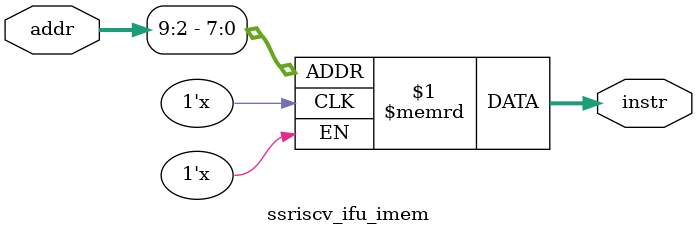
<source format=v>
module ssriscv_ifu_imem (
  input  [31:0] addr,
  output [31:0] instr
);
  reg [31:0]  IM[0:255];
  assign instr = IM[addr[9:2]];
endmodule
</source>
